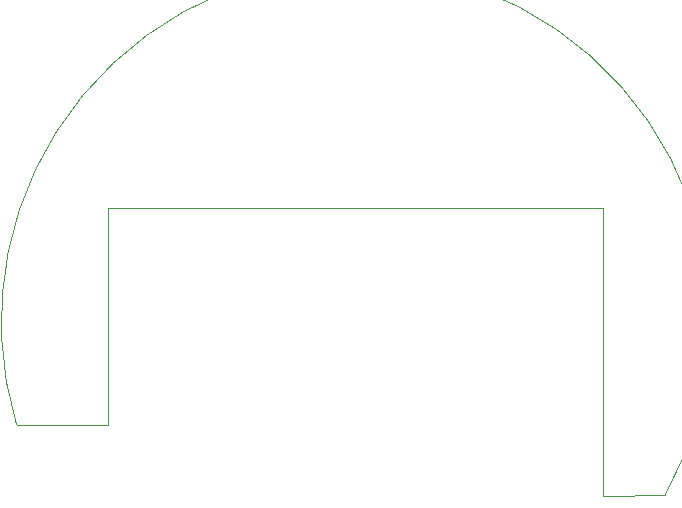
<source format=gbr>
%TF.GenerationSoftware,KiCad,Pcbnew,9.0.1*%
%TF.CreationDate,2025-12-04T23:43:19-05:00*%
%TF.ProjectId,EDDDial,45444444-6961-46c2-9e6b-696361645f70,rev?*%
%TF.SameCoordinates,Original*%
%TF.FileFunction,Profile,NP*%
%FSLAX46Y46*%
G04 Gerber Fmt 4.6, Leading zero omitted, Abs format (unit mm)*
G04 Created by KiCad (PCBNEW 9.0.1) date 2025-12-04 23:43:19*
%MOMM*%
%LPD*%
G01*
G04 APERTURE LIST*
%TA.AperFunction,Profile*%
%ADD10C,0.050000*%
%TD*%
G04 APERTURE END LIST*
D10*
X72900000Y-133952521D02*
G75*
G02*
X127821163Y-139889839I28725000J8727417D01*
G01*
X80626789Y-133952307D02*
X72900000Y-133952521D01*
X127821163Y-139889839D02*
X122600000Y-139950000D01*
X122575000Y-115587213D02*
X122594640Y-139950288D01*
X80611978Y-115587213D02*
X122575000Y-115587213D01*
X80626789Y-133952307D02*
X80611978Y-115587213D01*
M02*

</source>
